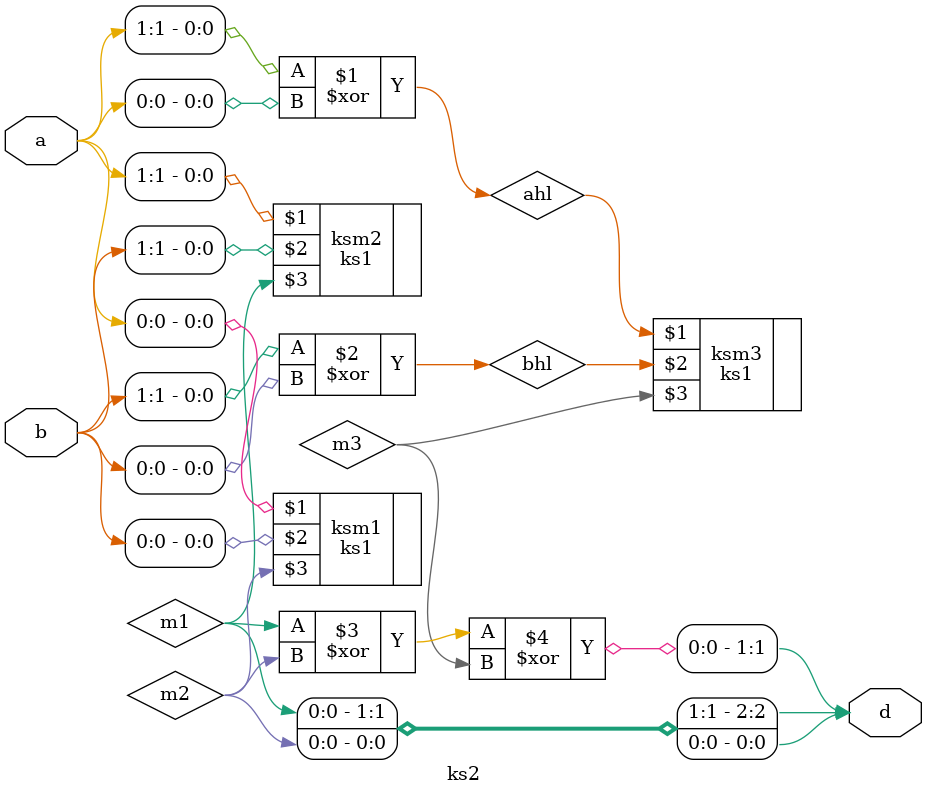
<source format=v>
/*******************************************************
* File Name     : hdl/ks2.v
* Module Name   : Karatsuba Multiplier
* Author        : Chester Rebeiro
* Institute     : Indian Institute of Technology, Madras
* Creation Time : 

* Comment       : Automatically generated from ks.c
********************************************************/
`ifndef __KS_2_V__
`define __KS_2_V__
`include "ks1.v"
module ks2(a, b, d);

input wire [1:0] a;
input wire [1:0] b;
output wire [2:0] d;

wire [0:0] m1;
wire [0:0] m2;
wire [0:0] m3;
wire [0:0] ahl;
wire [0:0] bhl;

ks1 ksm1(a[0:0], b[0:0], m2);
ks1 ksm2(a[1:1], b[1:1], m1);
assign ahl[0:0] = a[1:1] ^ a[0:0];
assign bhl[0:0] = b[1:1] ^ b[0:0];
ks1 ksm3(ahl, bhl, m3);

assign  d[00] = m2[00];   
assign  d[01] = m1[00] ^ m2[00] ^ m3[00];   
assign  d[02] = m1[00];   
endmodule
`endif


</source>
